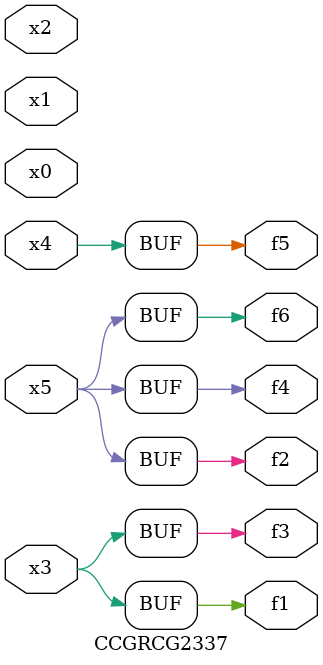
<source format=v>
module CCGRCG2337(
	input x0, x1, x2, x3, x4, x5,
	output f1, f2, f3, f4, f5, f6
);
	assign f1 = x3;
	assign f2 = x5;
	assign f3 = x3;
	assign f4 = x5;
	assign f5 = x4;
	assign f6 = x5;
endmodule

</source>
